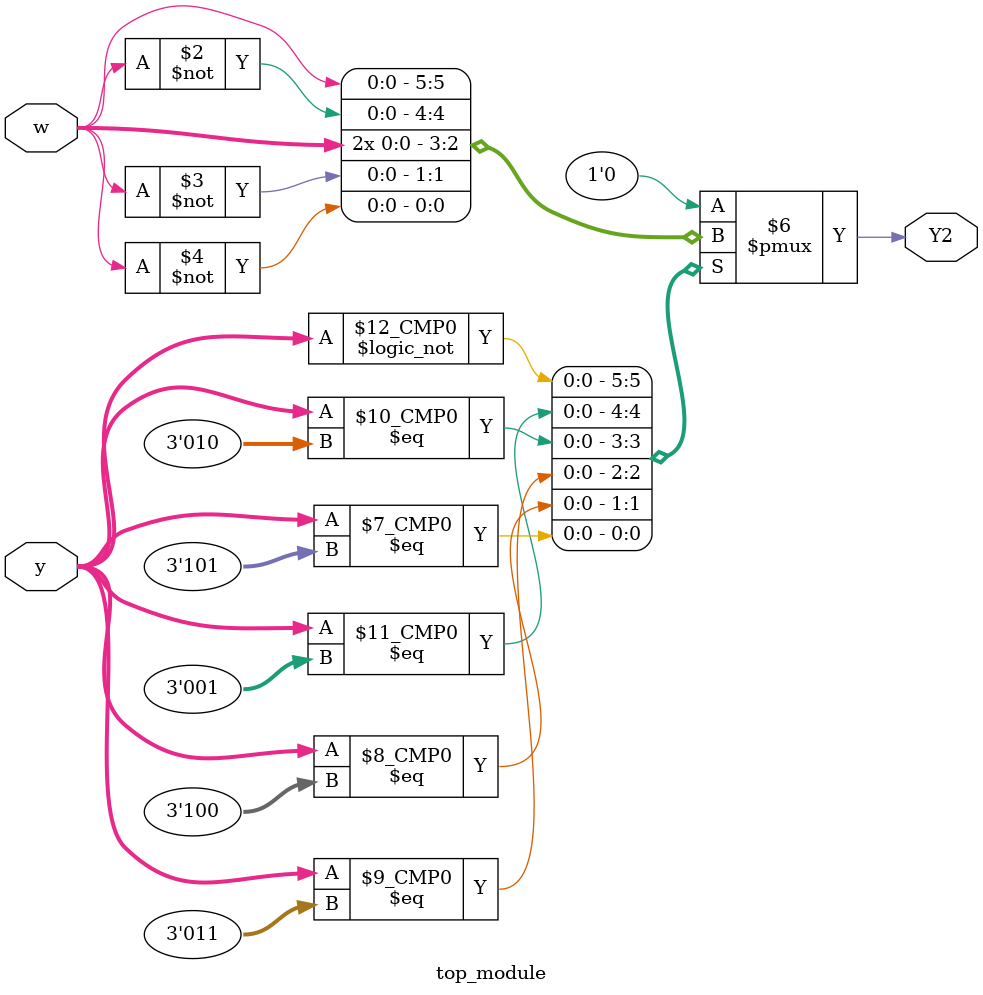
<source format=sv>
module top_module(
    input [3:1] y,
    input w,
    output reg Y2);

    always @(*)
    begin
        case(y)
            3'b000:
                Y2 = w;
            3'b001:
                Y2 = ~w;
            3'b010:
                Y2 = w;
            3'b011:
                Y2 = w;
            3'b100:
                Y2 = ~w;
            3'b101:
                Y2 = ~w;
            default:
                Y2 = 1'b0;
        endcase
    end
endmodule

</source>
